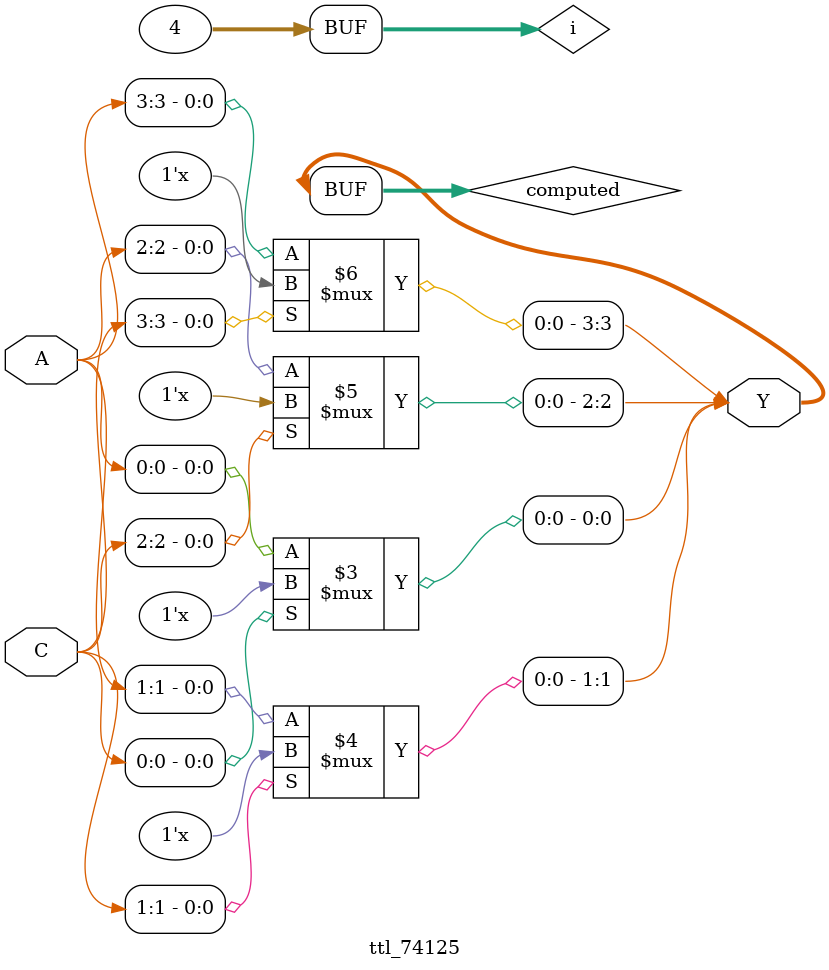
<source format=v>

module ttl_74125 #(parameter BLOCKS = 4, DELAY_RISE = 0, DELAY_FALL = 0)
(
  input [BLOCKS-1:0] C,
  input [BLOCKS-1:0] A,
  output [BLOCKS-1:0] Y
);

//------------------------------------------------//
integer i;
reg [BLOCKS-1:0] computed;

always @(*)
begin
  for (i = 0; i < BLOCKS; i++)
    computed[i] = C[i] ? 1'bZ : A[i];
end
//------------------------------------------------//

assign #(DELAY_RISE, DELAY_FALL) Y = computed;

endmodule

</source>
